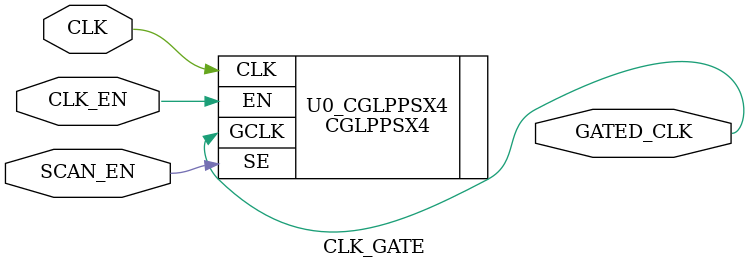
<source format=v>

module CLK_GATE(
 input wire CLK,
 input wire CLK_EN,
 input wire SCAN_EN,
 output wire GATED_CLK
);
/*
reg Latch;

always @(CLK,CLK_EN) begin
   if(!CLK) Latch <= CLK_EN;
end

assign GATED_CLK = Latch & CLK;
*/

CGLPPSX4 U0_CGLPPSX4(
   .CLK(CLK),
   .EN(CLK_EN),
   .SE(SCAN_EN),
   .GCLK(GATED_CLK)
);
endmodule

</source>
